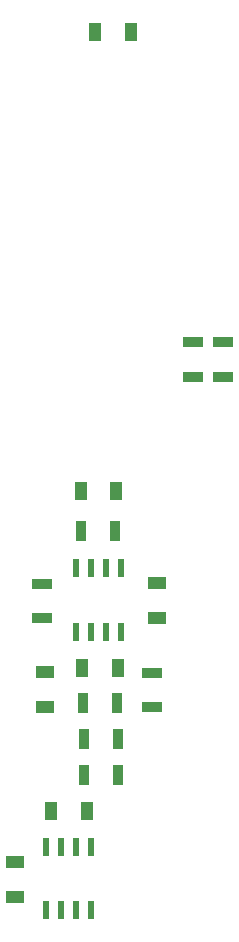
<source format=gbr>
G04 #@! TF.FileFunction,Paste,Bot*
%FSLAX46Y46*%
G04 Gerber Fmt 4.6, Leading zero omitted, Abs format (unit mm)*
G04 Created by KiCad (PCBNEW 4.0.6) date 08/22/19 22:43:48*
%MOMM*%
%LPD*%
G01*
G04 APERTURE LIST*
%ADD10C,0.100000*%
%ADD11R,1.000000X1.600000*%
%ADD12R,1.600000X1.000000*%
%ADD13R,1.700000X0.900000*%
%ADD14R,0.900000X1.700000*%
%ADD15R,0.600000X1.550000*%
G04 APERTURE END LIST*
D10*
D11*
X160611000Y-88425000D03*
X163611000Y-88425000D03*
D12*
X167061000Y-99175000D03*
X167061000Y-96175000D03*
D11*
X160761000Y-103375000D03*
X163761000Y-103375000D03*
D12*
X155061000Y-122825000D03*
X155061000Y-119825000D03*
D11*
X161111000Y-115475000D03*
X158111000Y-115475000D03*
D13*
X157311000Y-99175000D03*
X157311000Y-96275000D03*
D14*
X160611000Y-91825000D03*
X163511000Y-91825000D03*
X163761000Y-112475000D03*
X160861000Y-112475000D03*
D13*
X166661000Y-103825000D03*
X166661000Y-106725000D03*
D14*
X160811000Y-106375000D03*
X163711000Y-106375000D03*
X163761000Y-109425000D03*
X160861000Y-109425000D03*
D13*
X170111000Y-75825000D03*
X170111000Y-78725000D03*
X172661000Y-75825000D03*
X172661000Y-78725000D03*
D15*
X160206000Y-94975000D03*
X161476000Y-94975000D03*
X162746000Y-94975000D03*
X164016000Y-94975000D03*
X164016000Y-100375000D03*
X162746000Y-100375000D03*
X161476000Y-100375000D03*
X160206000Y-100375000D03*
X161516000Y-123925000D03*
X160246000Y-123925000D03*
X158976000Y-123925000D03*
X157706000Y-123925000D03*
X157706000Y-118525000D03*
X158976000Y-118525000D03*
X160246000Y-118525000D03*
X161516000Y-118525000D03*
D12*
X157611000Y-103725000D03*
X157611000Y-106725000D03*
D11*
X164861000Y-49525000D03*
X161861000Y-49525000D03*
M02*

</source>
